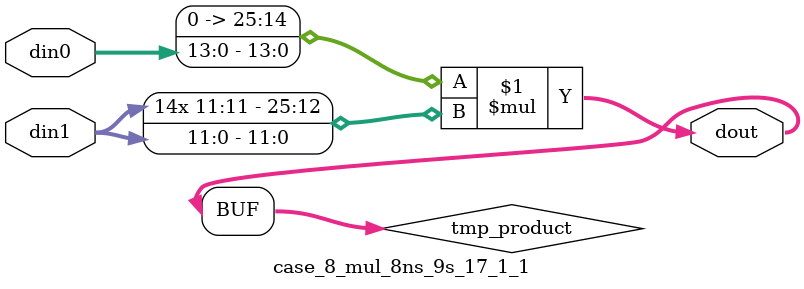
<source format=v>

`timescale 1 ns / 1 ps

 (* use_dsp = "no" *)  module case_8_mul_8ns_9s_17_1_1(din0, din1, dout);
parameter ID = 1;
parameter NUM_STAGE = 0;
parameter din0_WIDTH = 14;
parameter din1_WIDTH = 12;
parameter dout_WIDTH = 26;

input [din0_WIDTH - 1 : 0] din0; 
input [din1_WIDTH - 1 : 0] din1; 
output [dout_WIDTH - 1 : 0] dout;

wire signed [dout_WIDTH - 1 : 0] tmp_product;

























assign tmp_product = $signed({1'b0, din0}) * $signed(din1);










assign dout = tmp_product;





















endmodule

</source>
